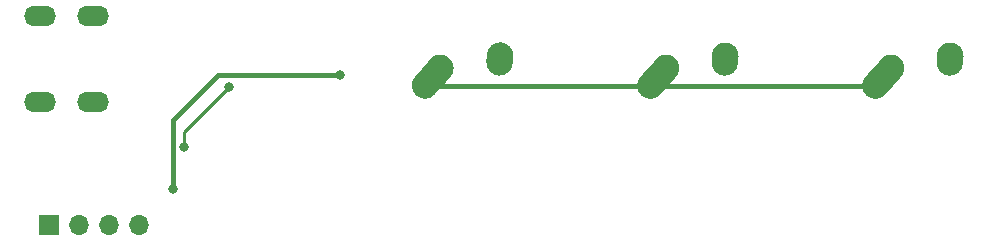
<source format=gbr>
%TF.GenerationSoftware,KiCad,Pcbnew,(5.1.9)-1*%
%TF.CreationDate,2021-08-14T13:48:32-04:00*%
%TF.ProjectId,samd21,73616d64-3231-42e6-9b69-6361645f7063,rev?*%
%TF.SameCoordinates,Original*%
%TF.FileFunction,Copper,L2,Bot*%
%TF.FilePolarity,Positive*%
%FSLAX46Y46*%
G04 Gerber Fmt 4.6, Leading zero omitted, Abs format (unit mm)*
G04 Created by KiCad (PCBNEW (5.1.9)-1) date 2021-08-14 13:48:32*
%MOMM*%
%LPD*%
G01*
G04 APERTURE LIST*
%TA.AperFunction,ComponentPad*%
%ADD10O,1.700000X1.700000*%
%TD*%
%TA.AperFunction,ComponentPad*%
%ADD11R,1.700000X1.700000*%
%TD*%
%TA.AperFunction,ComponentPad*%
%ADD12O,2.700000X1.700000*%
%TD*%
%TA.AperFunction,ComponentPad*%
%ADD13C,2.250000*%
%TD*%
%TA.AperFunction,ViaPad*%
%ADD14C,0.800000*%
%TD*%
%TA.AperFunction,Conductor*%
%ADD15C,0.381000*%
%TD*%
%TA.AperFunction,Conductor*%
%ADD16C,0.254000*%
%TD*%
G04 APERTURE END LIST*
D10*
%TO.P,J1,4*%
%TO.N,GND*%
X101346000Y-72009000D03*
%TO.P,J1,3*%
%TO.N,SWDIO*%
X98806000Y-72009000D03*
%TO.P,J1,2*%
%TO.N,SWCLK*%
X96266000Y-72009000D03*
D11*
%TO.P,J1,1*%
%TO.N,+3V3*%
X93726000Y-72009000D03*
%TD*%
D12*
%TO.P,USB1,6*%
%TO.N,GND*%
X92964000Y-54262000D03*
X92964000Y-61562000D03*
X97464000Y-61562000D03*
X97464000Y-54262000D03*
%TD*%
D13*
%TO.P,MX3,1*%
%TO.N,GND*%
X165013000Y-58738000D03*
%TA.AperFunction,ComponentPad*%
G36*
G01*
X162951688Y-61035350D02*
X162951683Y-61035345D01*
G75*
G02*
X162865655Y-59446683I751317J837345D01*
G01*
X164175657Y-57986683D01*
G75*
G02*
X165764319Y-57900655I837345J-751317D01*
G01*
X165764319Y-57900655D01*
G75*
G02*
X165850347Y-59489317I-751317J-837345D01*
G01*
X164540345Y-60949317D01*
G75*
G02*
X162951683Y-61035345I-837345J751317D01*
G01*
G37*
%TD.AperFunction*%
%TO.P,MX3,2*%
%TO.N,KEY3*%
X170053000Y-57658000D03*
%TA.AperFunction,ComponentPad*%
G36*
G01*
X169936483Y-59360395D02*
X169935597Y-59360334D01*
G75*
G02*
X168890666Y-58160597I77403J1122334D01*
G01*
X168930666Y-57580597D01*
G75*
G02*
X170130403Y-56535666I1122334J-77403D01*
G01*
X170130403Y-56535666D01*
G75*
G02*
X171175334Y-57735403I-77403J-1122334D01*
G01*
X171135334Y-58315403D01*
G75*
G02*
X169935597Y-59360334I-1122334J77403D01*
G01*
G37*
%TD.AperFunction*%
%TD*%
%TO.P,MX2,1*%
%TO.N,GND*%
X145963000Y-58738000D03*
%TA.AperFunction,ComponentPad*%
G36*
G01*
X143901688Y-61035350D02*
X143901683Y-61035345D01*
G75*
G02*
X143815655Y-59446683I751317J837345D01*
G01*
X145125657Y-57986683D01*
G75*
G02*
X146714319Y-57900655I837345J-751317D01*
G01*
X146714319Y-57900655D01*
G75*
G02*
X146800347Y-59489317I-751317J-837345D01*
G01*
X145490345Y-60949317D01*
G75*
G02*
X143901683Y-61035345I-837345J751317D01*
G01*
G37*
%TD.AperFunction*%
%TO.P,MX2,2*%
%TO.N,KEY2*%
X151003000Y-57658000D03*
%TA.AperFunction,ComponentPad*%
G36*
G01*
X150886483Y-59360395D02*
X150885597Y-59360334D01*
G75*
G02*
X149840666Y-58160597I77403J1122334D01*
G01*
X149880666Y-57580597D01*
G75*
G02*
X151080403Y-56535666I1122334J-77403D01*
G01*
X151080403Y-56535666D01*
G75*
G02*
X152125334Y-57735403I-77403J-1122334D01*
G01*
X152085334Y-58315403D01*
G75*
G02*
X150885597Y-59360334I-1122334J77403D01*
G01*
G37*
%TD.AperFunction*%
%TD*%
%TO.P,MX1,1*%
%TO.N,GND*%
X126890000Y-58724000D03*
%TA.AperFunction,ComponentPad*%
G36*
G01*
X124828688Y-61021350D02*
X124828683Y-61021345D01*
G75*
G02*
X124742655Y-59432683I751317J837345D01*
G01*
X126052657Y-57972683D01*
G75*
G02*
X127641319Y-57886655I837345J-751317D01*
G01*
X127641319Y-57886655D01*
G75*
G02*
X127727347Y-59475317I-751317J-837345D01*
G01*
X126417345Y-60935317D01*
G75*
G02*
X124828683Y-61021345I-837345J751317D01*
G01*
G37*
%TD.AperFunction*%
%TO.P,MX1,2*%
%TO.N,KEY1*%
X131930000Y-57644000D03*
%TA.AperFunction,ComponentPad*%
G36*
G01*
X131813483Y-59346395D02*
X131812597Y-59346334D01*
G75*
G02*
X130767666Y-58146597I77403J1122334D01*
G01*
X130807666Y-57566597D01*
G75*
G02*
X132007403Y-56521666I1122334J-77403D01*
G01*
X132007403Y-56521666D01*
G75*
G02*
X133052334Y-57721403I-77403J-1122334D01*
G01*
X133012334Y-58301403D01*
G75*
G02*
X131812597Y-59346334I-1122334J77403D01*
G01*
G37*
%TD.AperFunction*%
%TD*%
D14*
%TO.N,+3V3*%
X104267000Y-68961000D03*
X118364000Y-59309000D03*
%TO.N,Net-(SW1-Pad2)*%
X108966000Y-60325000D03*
X105156000Y-65405000D03*
%TD*%
D15*
%TO.N,+3V3*%
X117348000Y-59309000D02*
X108077000Y-59309000D01*
X104267000Y-63119000D02*
X104267000Y-65278000D01*
X108077000Y-59309000D02*
X104267000Y-63119000D01*
X104267000Y-65278000D02*
X104267000Y-68961000D01*
X104267000Y-64643000D02*
X104267000Y-65278000D01*
X117348000Y-59309000D02*
X118364000Y-59309000D01*
%TO.N,GND*%
X144639000Y-60184000D02*
X144653000Y-60198000D01*
X125580000Y-60184000D02*
X144639000Y-60184000D01*
X144653000Y-60198000D02*
X163703000Y-60198000D01*
D16*
%TO.N,Net-(SW1-Pad2)*%
X105156000Y-64135000D02*
X108966000Y-60325000D01*
X105156000Y-65405000D02*
X105156000Y-64135000D01*
%TD*%
M02*

</source>
